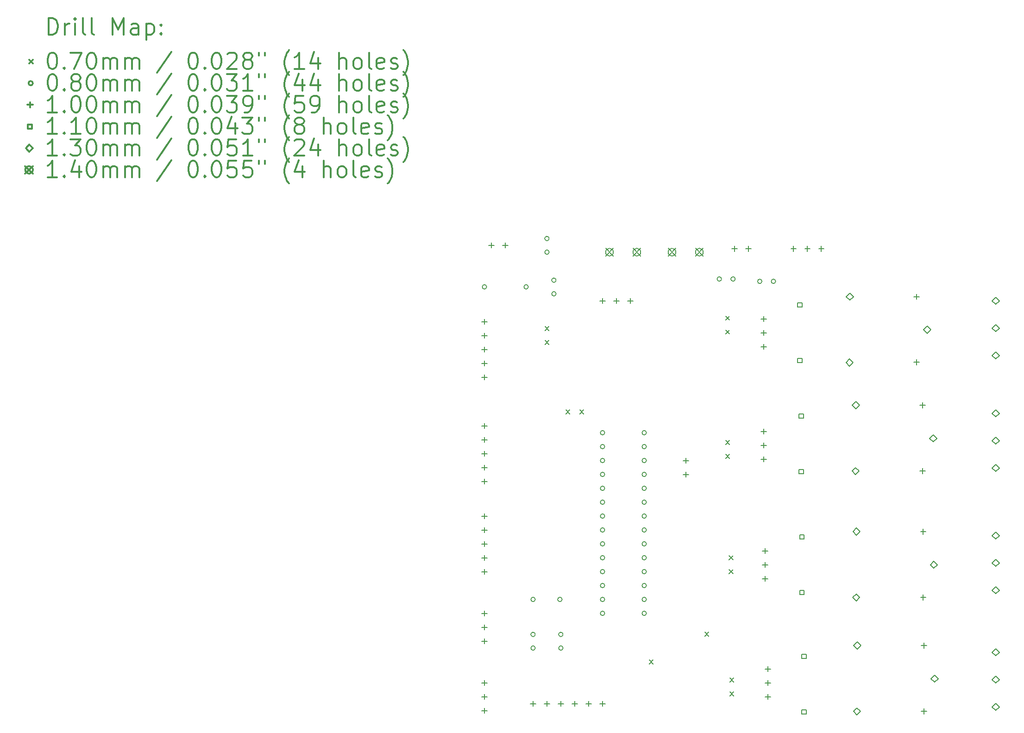
<source format=gbr>
%FSLAX45Y45*%
G04 Gerber Fmt 4.5, Leading zero omitted, Abs format (unit mm)*
G04 Created by KiCad (PCBNEW (5.0.0)) date 01/04/19 13:23:12*
%MOMM*%
%LPD*%
G01*
G04 APERTURE LIST*
%ADD10C,0.200000*%
%ADD11C,0.300000*%
G04 APERTURE END LIST*
D10*
X9744000Y-7331000D02*
X9814000Y-7401000D01*
X9814000Y-7331000D02*
X9744000Y-7401000D01*
X9998000Y-7331000D02*
X10068000Y-7401000D01*
X10068000Y-7331000D02*
X9998000Y-7401000D01*
X11268000Y-11903000D02*
X11338000Y-11973000D01*
X11338000Y-11903000D02*
X11268000Y-11973000D01*
X12284000Y-11395000D02*
X12354000Y-11465000D01*
X12354000Y-11395000D02*
X12284000Y-11465000D01*
X12665000Y-7889800D02*
X12735000Y-7959800D01*
X12735000Y-7889800D02*
X12665000Y-7959800D01*
X12665000Y-8143800D02*
X12735000Y-8213800D01*
X12735000Y-8143800D02*
X12665000Y-8213800D01*
X12665000Y-5616500D02*
X12735000Y-5686500D01*
X12735000Y-5616500D02*
X12665000Y-5686500D01*
X12665000Y-5870500D02*
X12735000Y-5940500D01*
X12735000Y-5870500D02*
X12665000Y-5940500D01*
X12741200Y-12233200D02*
X12811200Y-12303200D01*
X12811200Y-12233200D02*
X12741200Y-12303200D01*
X12741200Y-12487200D02*
X12811200Y-12557200D01*
X12811200Y-12487200D02*
X12741200Y-12557200D01*
X9363000Y-5807000D02*
X9433000Y-5877000D01*
X9433000Y-5807000D02*
X9363000Y-5877000D01*
X9363000Y-6061000D02*
X9433000Y-6131000D01*
X9433000Y-6061000D02*
X9363000Y-6131000D01*
X12728500Y-9998000D02*
X12798500Y-10068000D01*
X12798500Y-9998000D02*
X12728500Y-10068000D01*
X12728500Y-10252000D02*
X12798500Y-10322000D01*
X12798500Y-10252000D02*
X12728500Y-10322000D01*
X12589490Y-4935425D02*
G75*
G03X12589490Y-4935425I-40000J0D01*
G01*
X12839490Y-4935425D02*
G75*
G03X12839490Y-4935425I-40000J0D01*
G01*
X9438000Y-4195000D02*
G75*
G03X9438000Y-4195000I-40000J0D01*
G01*
X9438000Y-4445000D02*
G75*
G03X9438000Y-4445000I-40000J0D01*
G01*
X9184000Y-11434000D02*
G75*
G03X9184000Y-11434000I-40000J0D01*
G01*
X9184000Y-11684000D02*
G75*
G03X9184000Y-11684000I-40000J0D01*
G01*
X10454000Y-7747000D02*
G75*
G03X10454000Y-7747000I-40000J0D01*
G01*
X10454000Y-8001000D02*
G75*
G03X10454000Y-8001000I-40000J0D01*
G01*
X10454000Y-8255000D02*
G75*
G03X10454000Y-8255000I-40000J0D01*
G01*
X10454000Y-8509000D02*
G75*
G03X10454000Y-8509000I-40000J0D01*
G01*
X10454000Y-8763000D02*
G75*
G03X10454000Y-8763000I-40000J0D01*
G01*
X10454000Y-9017000D02*
G75*
G03X10454000Y-9017000I-40000J0D01*
G01*
X10454000Y-9271000D02*
G75*
G03X10454000Y-9271000I-40000J0D01*
G01*
X10454000Y-9525000D02*
G75*
G03X10454000Y-9525000I-40000J0D01*
G01*
X10454000Y-9779000D02*
G75*
G03X10454000Y-9779000I-40000J0D01*
G01*
X10454000Y-10033000D02*
G75*
G03X10454000Y-10033000I-40000J0D01*
G01*
X10454000Y-10287000D02*
G75*
G03X10454000Y-10287000I-40000J0D01*
G01*
X10454000Y-10541000D02*
G75*
G03X10454000Y-10541000I-40000J0D01*
G01*
X10454000Y-10795000D02*
G75*
G03X10454000Y-10795000I-40000J0D01*
G01*
X10454000Y-11049000D02*
G75*
G03X10454000Y-11049000I-40000J0D01*
G01*
X11216000Y-7747000D02*
G75*
G03X11216000Y-7747000I-40000J0D01*
G01*
X11216000Y-8001000D02*
G75*
G03X11216000Y-8001000I-40000J0D01*
G01*
X11216000Y-8255000D02*
G75*
G03X11216000Y-8255000I-40000J0D01*
G01*
X11216000Y-8509000D02*
G75*
G03X11216000Y-8509000I-40000J0D01*
G01*
X11216000Y-8763000D02*
G75*
G03X11216000Y-8763000I-40000J0D01*
G01*
X11216000Y-9017000D02*
G75*
G03X11216000Y-9017000I-40000J0D01*
G01*
X11216000Y-9271000D02*
G75*
G03X11216000Y-9271000I-40000J0D01*
G01*
X11216000Y-9525000D02*
G75*
G03X11216000Y-9525000I-40000J0D01*
G01*
X11216000Y-9779000D02*
G75*
G03X11216000Y-9779000I-40000J0D01*
G01*
X11216000Y-10033000D02*
G75*
G03X11216000Y-10033000I-40000J0D01*
G01*
X11216000Y-10287000D02*
G75*
G03X11216000Y-10287000I-40000J0D01*
G01*
X11216000Y-10541000D02*
G75*
G03X11216000Y-10541000I-40000J0D01*
G01*
X11216000Y-10795000D02*
G75*
G03X11216000Y-10795000I-40000J0D01*
G01*
X11216000Y-11049000D02*
G75*
G03X11216000Y-11049000I-40000J0D01*
G01*
X9184000Y-10795000D02*
G75*
G03X9184000Y-10795000I-40000J0D01*
G01*
X9674000Y-10795000D02*
G75*
G03X9674000Y-10795000I-40000J0D01*
G01*
X9565000Y-4957000D02*
G75*
G03X9565000Y-4957000I-40000J0D01*
G01*
X9565000Y-5207000D02*
G75*
G03X9565000Y-5207000I-40000J0D01*
G01*
X13328200Y-4978400D02*
G75*
G03X13328200Y-4978400I-40000J0D01*
G01*
X13578200Y-4978400D02*
G75*
G03X13578200Y-4978400I-40000J0D01*
G01*
X8295000Y-5080000D02*
G75*
G03X8295000Y-5080000I-40000J0D01*
G01*
X9057000Y-5080000D02*
G75*
G03X9057000Y-5080000I-40000J0D01*
G01*
X9692000Y-11434000D02*
G75*
G03X9692000Y-11434000I-40000J0D01*
G01*
X9692000Y-11684000D02*
G75*
G03X9692000Y-11684000I-40000J0D01*
G01*
X13360400Y-5614200D02*
X13360400Y-5714200D01*
X13310400Y-5664200D02*
X13410400Y-5664200D01*
X13360400Y-5868200D02*
X13360400Y-5968200D01*
X13310400Y-5918200D02*
X13410400Y-5918200D01*
X13360400Y-6122200D02*
X13360400Y-6222200D01*
X13310400Y-6172200D02*
X13410400Y-6172200D01*
X13906500Y-4331500D02*
X13906500Y-4431500D01*
X13856500Y-4381500D02*
X13956500Y-4381500D01*
X14160500Y-4331500D02*
X14160500Y-4431500D01*
X14110500Y-4381500D02*
X14210500Y-4381500D01*
X14414500Y-4331500D02*
X14414500Y-4431500D01*
X14364500Y-4381500D02*
X14464500Y-4381500D01*
X8255000Y-9221000D02*
X8255000Y-9321000D01*
X8205000Y-9271000D02*
X8305000Y-9271000D01*
X8255000Y-9475000D02*
X8255000Y-9575000D01*
X8205000Y-9525000D02*
X8305000Y-9525000D01*
X8255000Y-9729000D02*
X8255000Y-9829000D01*
X8205000Y-9779000D02*
X8305000Y-9779000D01*
X8255000Y-9983000D02*
X8255000Y-10083000D01*
X8205000Y-10033000D02*
X8305000Y-10033000D01*
X8255000Y-10237000D02*
X8255000Y-10337000D01*
X8205000Y-10287000D02*
X8305000Y-10287000D01*
X13385800Y-9856000D02*
X13385800Y-9956000D01*
X13335800Y-9906000D02*
X13435800Y-9906000D01*
X13385800Y-10110000D02*
X13385800Y-10210000D01*
X13335800Y-10160000D02*
X13435800Y-10160000D01*
X13385800Y-10364000D02*
X13385800Y-10464000D01*
X13335800Y-10414000D02*
X13435800Y-10414000D01*
X8255000Y-7570000D02*
X8255000Y-7670000D01*
X8205000Y-7620000D02*
X8305000Y-7620000D01*
X8255000Y-7824000D02*
X8255000Y-7924000D01*
X8205000Y-7874000D02*
X8305000Y-7874000D01*
X8255000Y-8078000D02*
X8255000Y-8178000D01*
X8205000Y-8128000D02*
X8305000Y-8128000D01*
X8255000Y-8332000D02*
X8255000Y-8432000D01*
X8205000Y-8382000D02*
X8305000Y-8382000D01*
X8255000Y-8586000D02*
X8255000Y-8686000D01*
X8205000Y-8636000D02*
X8305000Y-8636000D01*
X16276900Y-9505000D02*
X16276900Y-9605000D01*
X16226900Y-9555000D02*
X16326900Y-9555000D01*
X16276900Y-10705000D02*
X16276900Y-10805000D01*
X16226900Y-10755000D02*
X16326900Y-10755000D01*
X8255000Y-10999000D02*
X8255000Y-11099000D01*
X8205000Y-11049000D02*
X8305000Y-11049000D01*
X8255000Y-11253000D02*
X8255000Y-11353000D01*
X8205000Y-11303000D02*
X8305000Y-11303000D01*
X8255000Y-11507000D02*
X8255000Y-11607000D01*
X8205000Y-11557000D02*
X8305000Y-11557000D01*
X8255000Y-5665000D02*
X8255000Y-5765000D01*
X8205000Y-5715000D02*
X8305000Y-5715000D01*
X8255000Y-5919000D02*
X8255000Y-6019000D01*
X8205000Y-5969000D02*
X8305000Y-5969000D01*
X8255000Y-6173000D02*
X8255000Y-6273000D01*
X8205000Y-6223000D02*
X8305000Y-6223000D01*
X8255000Y-6427000D02*
X8255000Y-6527000D01*
X8205000Y-6477000D02*
X8305000Y-6477000D01*
X8255000Y-6681000D02*
X8255000Y-6781000D01*
X8205000Y-6731000D02*
X8305000Y-6731000D01*
X13360400Y-7671600D02*
X13360400Y-7771600D01*
X13310400Y-7721600D02*
X13410400Y-7721600D01*
X13360400Y-7925600D02*
X13360400Y-8025600D01*
X13310400Y-7975600D02*
X13410400Y-7975600D01*
X13360400Y-8179600D02*
X13360400Y-8279600D01*
X13310400Y-8229600D02*
X13410400Y-8229600D01*
X11938000Y-8205000D02*
X11938000Y-8305000D01*
X11888000Y-8255000D02*
X11988000Y-8255000D01*
X11938000Y-8459000D02*
X11938000Y-8559000D01*
X11888000Y-8509000D02*
X11988000Y-8509000D01*
X16264200Y-7193600D02*
X16264200Y-7293600D01*
X16214200Y-7243600D02*
X16314200Y-7243600D01*
X16264200Y-8393600D02*
X16264200Y-8493600D01*
X16214200Y-8443600D02*
X16314200Y-8443600D01*
X16289600Y-11587800D02*
X16289600Y-11687800D01*
X16239600Y-11637800D02*
X16339600Y-11637800D01*
X16289600Y-12787800D02*
X16289600Y-12887800D01*
X16239600Y-12837800D02*
X16339600Y-12837800D01*
X13436600Y-12015000D02*
X13436600Y-12115000D01*
X13386600Y-12065000D02*
X13486600Y-12065000D01*
X13436600Y-12269000D02*
X13436600Y-12369000D01*
X13386600Y-12319000D02*
X13486600Y-12319000D01*
X13436600Y-12523000D02*
X13436600Y-12623000D01*
X13386600Y-12573000D02*
X13486600Y-12573000D01*
X12827000Y-4331500D02*
X12827000Y-4431500D01*
X12777000Y-4381500D02*
X12877000Y-4381500D01*
X13081000Y-4331500D02*
X13081000Y-4431500D01*
X13031000Y-4381500D02*
X13131000Y-4381500D01*
X8255000Y-12269000D02*
X8255000Y-12369000D01*
X8205000Y-12319000D02*
X8305000Y-12319000D01*
X8255000Y-12523000D02*
X8255000Y-12623000D01*
X8205000Y-12573000D02*
X8305000Y-12573000D01*
X8255000Y-12777000D02*
X8255000Y-12877000D01*
X8205000Y-12827000D02*
X8305000Y-12827000D01*
X9144000Y-12650000D02*
X9144000Y-12750000D01*
X9094000Y-12700000D02*
X9194000Y-12700000D01*
X9398000Y-12650000D02*
X9398000Y-12750000D01*
X9348000Y-12700000D02*
X9448000Y-12700000D01*
X9652000Y-12650000D02*
X9652000Y-12750000D01*
X9602000Y-12700000D02*
X9702000Y-12700000D01*
X9906000Y-12650000D02*
X9906000Y-12750000D01*
X9856000Y-12700000D02*
X9956000Y-12700000D01*
X10160000Y-12650000D02*
X10160000Y-12750000D01*
X10110000Y-12700000D02*
X10210000Y-12700000D01*
X10414000Y-12650000D02*
X10414000Y-12750000D01*
X10364000Y-12700000D02*
X10464000Y-12700000D01*
X8382000Y-4268000D02*
X8382000Y-4368000D01*
X8332000Y-4318000D02*
X8432000Y-4318000D01*
X8636000Y-4268000D02*
X8636000Y-4368000D01*
X8586000Y-4318000D02*
X8686000Y-4318000D01*
X16155200Y-5207800D02*
X16155200Y-5307800D01*
X16105200Y-5257800D02*
X16205200Y-5257800D01*
X16155200Y-6407800D02*
X16155200Y-6507800D01*
X16105200Y-6457800D02*
X16205200Y-6457800D01*
X10414000Y-5284000D02*
X10414000Y-5384000D01*
X10364000Y-5334000D02*
X10464000Y-5334000D01*
X10668000Y-5284000D02*
X10668000Y-5384000D01*
X10618000Y-5334000D02*
X10718000Y-5334000D01*
X10922000Y-5284000D02*
X10922000Y-5384000D01*
X10872000Y-5334000D02*
X10972000Y-5334000D01*
X14097791Y-9690891D02*
X14097791Y-9613109D01*
X14020009Y-9613109D01*
X14020009Y-9690891D01*
X14097791Y-9690891D01*
X14097791Y-10706891D02*
X14097791Y-10629109D01*
X14020009Y-10629109D01*
X14020009Y-10706891D01*
X14097791Y-10706891D01*
X14085091Y-7481091D02*
X14085091Y-7403309D01*
X14007309Y-7403309D01*
X14007309Y-7481091D01*
X14085091Y-7481091D01*
X14085091Y-8497091D02*
X14085091Y-8419309D01*
X14007309Y-8419309D01*
X14007309Y-8497091D01*
X14085091Y-8497091D01*
X14135891Y-11875291D02*
X14135891Y-11797509D01*
X14058109Y-11797509D01*
X14058109Y-11875291D01*
X14135891Y-11875291D01*
X14135891Y-12891291D02*
X14135891Y-12813509D01*
X14058109Y-12813509D01*
X14058109Y-12891291D01*
X14135891Y-12891291D01*
X14059691Y-5449091D02*
X14059691Y-5371309D01*
X13981909Y-5371309D01*
X13981909Y-5449091D01*
X14059691Y-5449091D01*
X14059691Y-6465091D02*
X14059691Y-6387309D01*
X13981909Y-6387309D01*
X13981909Y-6465091D01*
X14059691Y-6465091D01*
X15039200Y-8513600D02*
X15104200Y-8448600D01*
X15039200Y-8383600D01*
X14974200Y-8448600D01*
X15039200Y-8513600D01*
X15044200Y-7308600D02*
X15109200Y-7243600D01*
X15044200Y-7178600D01*
X14979200Y-7243600D01*
X15044200Y-7308600D01*
X16459200Y-7913600D02*
X16524200Y-7848600D01*
X16459200Y-7783600D01*
X16394200Y-7848600D01*
X16459200Y-7913600D01*
X15064600Y-12907800D02*
X15129600Y-12842800D01*
X15064600Y-12777800D01*
X14999600Y-12842800D01*
X15064600Y-12907800D01*
X15069600Y-11702800D02*
X15134600Y-11637800D01*
X15069600Y-11572800D01*
X15004600Y-11637800D01*
X15069600Y-11702800D01*
X16484600Y-12307800D02*
X16549600Y-12242800D01*
X16484600Y-12177800D01*
X16419600Y-12242800D01*
X16484600Y-12307800D01*
X17602200Y-9691600D02*
X17667200Y-9626600D01*
X17602200Y-9561600D01*
X17537200Y-9626600D01*
X17602200Y-9691600D01*
X17602200Y-10191600D02*
X17667200Y-10126600D01*
X17602200Y-10061600D01*
X17537200Y-10126600D01*
X17602200Y-10191600D01*
X17602200Y-10691600D02*
X17667200Y-10626600D01*
X17602200Y-10561600D01*
X17537200Y-10626600D01*
X17602200Y-10691600D01*
X17602200Y-7456400D02*
X17667200Y-7391400D01*
X17602200Y-7326400D01*
X17537200Y-7391400D01*
X17602200Y-7456400D01*
X17602200Y-7956400D02*
X17667200Y-7891400D01*
X17602200Y-7826400D01*
X17537200Y-7891400D01*
X17602200Y-7956400D01*
X17602200Y-8456400D02*
X17667200Y-8391400D01*
X17602200Y-8326400D01*
X17537200Y-8391400D01*
X17602200Y-8456400D01*
X14930200Y-6527800D02*
X14995200Y-6462800D01*
X14930200Y-6397800D01*
X14865200Y-6462800D01*
X14930200Y-6527800D01*
X14935200Y-5322800D02*
X15000200Y-5257800D01*
X14935200Y-5192800D01*
X14870200Y-5257800D01*
X14935200Y-5322800D01*
X16350200Y-5927800D02*
X16415200Y-5862800D01*
X16350200Y-5797800D01*
X16285200Y-5862800D01*
X16350200Y-5927800D01*
X17602200Y-5399000D02*
X17667200Y-5334000D01*
X17602200Y-5269000D01*
X17537200Y-5334000D01*
X17602200Y-5399000D01*
X17602200Y-5899000D02*
X17667200Y-5834000D01*
X17602200Y-5769000D01*
X17537200Y-5834000D01*
X17602200Y-5899000D01*
X17602200Y-6399000D02*
X17667200Y-6334000D01*
X17602200Y-6269000D01*
X17537200Y-6334000D01*
X17602200Y-6399000D01*
X15051900Y-10825000D02*
X15116900Y-10760000D01*
X15051900Y-10695000D01*
X14986900Y-10760000D01*
X15051900Y-10825000D01*
X15056900Y-9620000D02*
X15121900Y-9555000D01*
X15056900Y-9490000D01*
X14991900Y-9555000D01*
X15056900Y-9620000D01*
X16471900Y-10225000D02*
X16536900Y-10160000D01*
X16471900Y-10095000D01*
X16406900Y-10160000D01*
X16471900Y-10225000D01*
X17602200Y-11825200D02*
X17667200Y-11760200D01*
X17602200Y-11695200D01*
X17537200Y-11760200D01*
X17602200Y-11825200D01*
X17602200Y-12325200D02*
X17667200Y-12260200D01*
X17602200Y-12195200D01*
X17537200Y-12260200D01*
X17602200Y-12325200D01*
X17602200Y-12825200D02*
X17667200Y-12760200D01*
X17602200Y-12695200D01*
X17537200Y-12760200D01*
X17602200Y-12825200D01*
X11614000Y-4375000D02*
X11754000Y-4515000D01*
X11754000Y-4375000D02*
X11614000Y-4515000D01*
X11754000Y-4445000D02*
G75*
G03X11754000Y-4445000I-70000J0D01*
G01*
X12114000Y-4375000D02*
X12254000Y-4515000D01*
X12254000Y-4375000D02*
X12114000Y-4515000D01*
X12254000Y-4445000D02*
G75*
G03X12254000Y-4445000I-70000J0D01*
G01*
X10471000Y-4375000D02*
X10611000Y-4515000D01*
X10611000Y-4375000D02*
X10471000Y-4515000D01*
X10611000Y-4445000D02*
G75*
G03X10611000Y-4445000I-70000J0D01*
G01*
X10971000Y-4375000D02*
X11111000Y-4515000D01*
X11111000Y-4375000D02*
X10971000Y-4515000D01*
X11111000Y-4445000D02*
G75*
G03X11111000Y-4445000I-70000J0D01*
G01*
D11*
X286429Y-465714D02*
X286429Y-165714D01*
X357857Y-165714D01*
X400714Y-180000D01*
X429286Y-208571D01*
X443571Y-237143D01*
X457857Y-294286D01*
X457857Y-337143D01*
X443571Y-394286D01*
X429286Y-422857D01*
X400714Y-451428D01*
X357857Y-465714D01*
X286429Y-465714D01*
X586429Y-465714D02*
X586429Y-265714D01*
X586429Y-322857D02*
X600714Y-294286D01*
X615000Y-280000D01*
X643571Y-265714D01*
X672143Y-265714D01*
X772143Y-465714D02*
X772143Y-265714D01*
X772143Y-165714D02*
X757857Y-180000D01*
X772143Y-194286D01*
X786428Y-180000D01*
X772143Y-165714D01*
X772143Y-194286D01*
X957857Y-465714D02*
X929286Y-451428D01*
X915000Y-422857D01*
X915000Y-165714D01*
X1115000Y-465714D02*
X1086429Y-451428D01*
X1072143Y-422857D01*
X1072143Y-165714D01*
X1457857Y-465714D02*
X1457857Y-165714D01*
X1557857Y-380000D01*
X1657857Y-165714D01*
X1657857Y-465714D01*
X1929286Y-465714D02*
X1929286Y-308571D01*
X1915000Y-280000D01*
X1886428Y-265714D01*
X1829286Y-265714D01*
X1800714Y-280000D01*
X1929286Y-451428D02*
X1900714Y-465714D01*
X1829286Y-465714D01*
X1800714Y-451428D01*
X1786428Y-422857D01*
X1786428Y-394286D01*
X1800714Y-365714D01*
X1829286Y-351428D01*
X1900714Y-351428D01*
X1929286Y-337143D01*
X2072143Y-265714D02*
X2072143Y-565714D01*
X2072143Y-280000D02*
X2100714Y-265714D01*
X2157857Y-265714D01*
X2186429Y-280000D01*
X2200714Y-294286D01*
X2215000Y-322857D01*
X2215000Y-408571D01*
X2200714Y-437143D01*
X2186429Y-451428D01*
X2157857Y-465714D01*
X2100714Y-465714D01*
X2072143Y-451428D01*
X2343571Y-437143D02*
X2357857Y-451428D01*
X2343571Y-465714D01*
X2329286Y-451428D01*
X2343571Y-437143D01*
X2343571Y-465714D01*
X2343571Y-280000D02*
X2357857Y-294286D01*
X2343571Y-308571D01*
X2329286Y-294286D01*
X2343571Y-280000D01*
X2343571Y-308571D01*
X-70000Y-925000D02*
X0Y-995000D01*
X0Y-925000D02*
X-70000Y-995000D01*
X343571Y-795714D02*
X372143Y-795714D01*
X400714Y-810000D01*
X415000Y-824286D01*
X429286Y-852857D01*
X443571Y-910000D01*
X443571Y-981428D01*
X429286Y-1038571D01*
X415000Y-1067143D01*
X400714Y-1081429D01*
X372143Y-1095714D01*
X343571Y-1095714D01*
X315000Y-1081429D01*
X300714Y-1067143D01*
X286429Y-1038571D01*
X272143Y-981428D01*
X272143Y-910000D01*
X286429Y-852857D01*
X300714Y-824286D01*
X315000Y-810000D01*
X343571Y-795714D01*
X572143Y-1067143D02*
X586429Y-1081429D01*
X572143Y-1095714D01*
X557857Y-1081429D01*
X572143Y-1067143D01*
X572143Y-1095714D01*
X686429Y-795714D02*
X886428Y-795714D01*
X757857Y-1095714D01*
X1057857Y-795714D02*
X1086429Y-795714D01*
X1115000Y-810000D01*
X1129286Y-824286D01*
X1143571Y-852857D01*
X1157857Y-910000D01*
X1157857Y-981428D01*
X1143571Y-1038571D01*
X1129286Y-1067143D01*
X1115000Y-1081429D01*
X1086429Y-1095714D01*
X1057857Y-1095714D01*
X1029286Y-1081429D01*
X1015000Y-1067143D01*
X1000714Y-1038571D01*
X986428Y-981428D01*
X986428Y-910000D01*
X1000714Y-852857D01*
X1015000Y-824286D01*
X1029286Y-810000D01*
X1057857Y-795714D01*
X1286429Y-1095714D02*
X1286429Y-895714D01*
X1286429Y-924286D02*
X1300714Y-910000D01*
X1329286Y-895714D01*
X1372143Y-895714D01*
X1400714Y-910000D01*
X1415000Y-938571D01*
X1415000Y-1095714D01*
X1415000Y-938571D02*
X1429286Y-910000D01*
X1457857Y-895714D01*
X1500714Y-895714D01*
X1529286Y-910000D01*
X1543571Y-938571D01*
X1543571Y-1095714D01*
X1686428Y-1095714D02*
X1686428Y-895714D01*
X1686428Y-924286D02*
X1700714Y-910000D01*
X1729286Y-895714D01*
X1772143Y-895714D01*
X1800714Y-910000D01*
X1815000Y-938571D01*
X1815000Y-1095714D01*
X1815000Y-938571D02*
X1829286Y-910000D01*
X1857857Y-895714D01*
X1900714Y-895714D01*
X1929286Y-910000D01*
X1943571Y-938571D01*
X1943571Y-1095714D01*
X2529286Y-781428D02*
X2272143Y-1167143D01*
X2915000Y-795714D02*
X2943571Y-795714D01*
X2972143Y-810000D01*
X2986428Y-824286D01*
X3000714Y-852857D01*
X3015000Y-910000D01*
X3015000Y-981428D01*
X3000714Y-1038571D01*
X2986428Y-1067143D01*
X2972143Y-1081429D01*
X2943571Y-1095714D01*
X2915000Y-1095714D01*
X2886428Y-1081429D01*
X2872143Y-1067143D01*
X2857857Y-1038571D01*
X2843571Y-981428D01*
X2843571Y-910000D01*
X2857857Y-852857D01*
X2872143Y-824286D01*
X2886428Y-810000D01*
X2915000Y-795714D01*
X3143571Y-1067143D02*
X3157857Y-1081429D01*
X3143571Y-1095714D01*
X3129286Y-1081429D01*
X3143571Y-1067143D01*
X3143571Y-1095714D01*
X3343571Y-795714D02*
X3372143Y-795714D01*
X3400714Y-810000D01*
X3415000Y-824286D01*
X3429286Y-852857D01*
X3443571Y-910000D01*
X3443571Y-981428D01*
X3429286Y-1038571D01*
X3415000Y-1067143D01*
X3400714Y-1081429D01*
X3372143Y-1095714D01*
X3343571Y-1095714D01*
X3315000Y-1081429D01*
X3300714Y-1067143D01*
X3286428Y-1038571D01*
X3272143Y-981428D01*
X3272143Y-910000D01*
X3286428Y-852857D01*
X3300714Y-824286D01*
X3315000Y-810000D01*
X3343571Y-795714D01*
X3557857Y-824286D02*
X3572143Y-810000D01*
X3600714Y-795714D01*
X3672143Y-795714D01*
X3700714Y-810000D01*
X3715000Y-824286D01*
X3729286Y-852857D01*
X3729286Y-881428D01*
X3715000Y-924286D01*
X3543571Y-1095714D01*
X3729286Y-1095714D01*
X3900714Y-924286D02*
X3872143Y-910000D01*
X3857857Y-895714D01*
X3843571Y-867143D01*
X3843571Y-852857D01*
X3857857Y-824286D01*
X3872143Y-810000D01*
X3900714Y-795714D01*
X3957857Y-795714D01*
X3986428Y-810000D01*
X4000714Y-824286D01*
X4015000Y-852857D01*
X4015000Y-867143D01*
X4000714Y-895714D01*
X3986428Y-910000D01*
X3957857Y-924286D01*
X3900714Y-924286D01*
X3872143Y-938571D01*
X3857857Y-952857D01*
X3843571Y-981428D01*
X3843571Y-1038571D01*
X3857857Y-1067143D01*
X3872143Y-1081429D01*
X3900714Y-1095714D01*
X3957857Y-1095714D01*
X3986428Y-1081429D01*
X4000714Y-1067143D01*
X4015000Y-1038571D01*
X4015000Y-981428D01*
X4000714Y-952857D01*
X3986428Y-938571D01*
X3957857Y-924286D01*
X4129286Y-795714D02*
X4129286Y-852857D01*
X4243571Y-795714D02*
X4243571Y-852857D01*
X4686429Y-1210000D02*
X4672143Y-1195714D01*
X4643571Y-1152857D01*
X4629286Y-1124286D01*
X4615000Y-1081429D01*
X4600714Y-1010000D01*
X4600714Y-952857D01*
X4615000Y-881428D01*
X4629286Y-838571D01*
X4643571Y-810000D01*
X4672143Y-767143D01*
X4686429Y-752857D01*
X4957857Y-1095714D02*
X4786429Y-1095714D01*
X4872143Y-1095714D02*
X4872143Y-795714D01*
X4843571Y-838571D01*
X4815000Y-867143D01*
X4786429Y-881428D01*
X5215000Y-895714D02*
X5215000Y-1095714D01*
X5143571Y-781428D02*
X5072143Y-995714D01*
X5257857Y-995714D01*
X5600714Y-1095714D02*
X5600714Y-795714D01*
X5729286Y-1095714D02*
X5729286Y-938571D01*
X5715000Y-910000D01*
X5686428Y-895714D01*
X5643571Y-895714D01*
X5615000Y-910000D01*
X5600714Y-924286D01*
X5915000Y-1095714D02*
X5886428Y-1081429D01*
X5872143Y-1067143D01*
X5857857Y-1038571D01*
X5857857Y-952857D01*
X5872143Y-924286D01*
X5886428Y-910000D01*
X5915000Y-895714D01*
X5957857Y-895714D01*
X5986428Y-910000D01*
X6000714Y-924286D01*
X6015000Y-952857D01*
X6015000Y-1038571D01*
X6000714Y-1067143D01*
X5986428Y-1081429D01*
X5957857Y-1095714D01*
X5915000Y-1095714D01*
X6186428Y-1095714D02*
X6157857Y-1081429D01*
X6143571Y-1052857D01*
X6143571Y-795714D01*
X6415000Y-1081429D02*
X6386428Y-1095714D01*
X6329286Y-1095714D01*
X6300714Y-1081429D01*
X6286428Y-1052857D01*
X6286428Y-938571D01*
X6300714Y-910000D01*
X6329286Y-895714D01*
X6386428Y-895714D01*
X6415000Y-910000D01*
X6429286Y-938571D01*
X6429286Y-967143D01*
X6286428Y-995714D01*
X6543571Y-1081429D02*
X6572143Y-1095714D01*
X6629286Y-1095714D01*
X6657857Y-1081429D01*
X6672143Y-1052857D01*
X6672143Y-1038571D01*
X6657857Y-1010000D01*
X6629286Y-995714D01*
X6586428Y-995714D01*
X6557857Y-981428D01*
X6543571Y-952857D01*
X6543571Y-938571D01*
X6557857Y-910000D01*
X6586428Y-895714D01*
X6629286Y-895714D01*
X6657857Y-910000D01*
X6772143Y-1210000D02*
X6786428Y-1195714D01*
X6815000Y-1152857D01*
X6829286Y-1124286D01*
X6843571Y-1081429D01*
X6857857Y-1010000D01*
X6857857Y-952857D01*
X6843571Y-881428D01*
X6829286Y-838571D01*
X6815000Y-810000D01*
X6786428Y-767143D01*
X6772143Y-752857D01*
X0Y-1356000D02*
G75*
G03X0Y-1356000I-40000J0D01*
G01*
X343571Y-1191714D02*
X372143Y-1191714D01*
X400714Y-1206000D01*
X415000Y-1220286D01*
X429286Y-1248857D01*
X443571Y-1306000D01*
X443571Y-1377429D01*
X429286Y-1434571D01*
X415000Y-1463143D01*
X400714Y-1477428D01*
X372143Y-1491714D01*
X343571Y-1491714D01*
X315000Y-1477428D01*
X300714Y-1463143D01*
X286429Y-1434571D01*
X272143Y-1377429D01*
X272143Y-1306000D01*
X286429Y-1248857D01*
X300714Y-1220286D01*
X315000Y-1206000D01*
X343571Y-1191714D01*
X572143Y-1463143D02*
X586429Y-1477428D01*
X572143Y-1491714D01*
X557857Y-1477428D01*
X572143Y-1463143D01*
X572143Y-1491714D01*
X757857Y-1320286D02*
X729286Y-1306000D01*
X715000Y-1291714D01*
X700714Y-1263143D01*
X700714Y-1248857D01*
X715000Y-1220286D01*
X729286Y-1206000D01*
X757857Y-1191714D01*
X815000Y-1191714D01*
X843571Y-1206000D01*
X857857Y-1220286D01*
X872143Y-1248857D01*
X872143Y-1263143D01*
X857857Y-1291714D01*
X843571Y-1306000D01*
X815000Y-1320286D01*
X757857Y-1320286D01*
X729286Y-1334571D01*
X715000Y-1348857D01*
X700714Y-1377429D01*
X700714Y-1434571D01*
X715000Y-1463143D01*
X729286Y-1477428D01*
X757857Y-1491714D01*
X815000Y-1491714D01*
X843571Y-1477428D01*
X857857Y-1463143D01*
X872143Y-1434571D01*
X872143Y-1377429D01*
X857857Y-1348857D01*
X843571Y-1334571D01*
X815000Y-1320286D01*
X1057857Y-1191714D02*
X1086429Y-1191714D01*
X1115000Y-1206000D01*
X1129286Y-1220286D01*
X1143571Y-1248857D01*
X1157857Y-1306000D01*
X1157857Y-1377429D01*
X1143571Y-1434571D01*
X1129286Y-1463143D01*
X1115000Y-1477428D01*
X1086429Y-1491714D01*
X1057857Y-1491714D01*
X1029286Y-1477428D01*
X1015000Y-1463143D01*
X1000714Y-1434571D01*
X986428Y-1377429D01*
X986428Y-1306000D01*
X1000714Y-1248857D01*
X1015000Y-1220286D01*
X1029286Y-1206000D01*
X1057857Y-1191714D01*
X1286429Y-1491714D02*
X1286429Y-1291714D01*
X1286429Y-1320286D02*
X1300714Y-1306000D01*
X1329286Y-1291714D01*
X1372143Y-1291714D01*
X1400714Y-1306000D01*
X1415000Y-1334571D01*
X1415000Y-1491714D01*
X1415000Y-1334571D02*
X1429286Y-1306000D01*
X1457857Y-1291714D01*
X1500714Y-1291714D01*
X1529286Y-1306000D01*
X1543571Y-1334571D01*
X1543571Y-1491714D01*
X1686428Y-1491714D02*
X1686428Y-1291714D01*
X1686428Y-1320286D02*
X1700714Y-1306000D01*
X1729286Y-1291714D01*
X1772143Y-1291714D01*
X1800714Y-1306000D01*
X1815000Y-1334571D01*
X1815000Y-1491714D01*
X1815000Y-1334571D02*
X1829286Y-1306000D01*
X1857857Y-1291714D01*
X1900714Y-1291714D01*
X1929286Y-1306000D01*
X1943571Y-1334571D01*
X1943571Y-1491714D01*
X2529286Y-1177429D02*
X2272143Y-1563143D01*
X2915000Y-1191714D02*
X2943571Y-1191714D01*
X2972143Y-1206000D01*
X2986428Y-1220286D01*
X3000714Y-1248857D01*
X3015000Y-1306000D01*
X3015000Y-1377429D01*
X3000714Y-1434571D01*
X2986428Y-1463143D01*
X2972143Y-1477428D01*
X2943571Y-1491714D01*
X2915000Y-1491714D01*
X2886428Y-1477428D01*
X2872143Y-1463143D01*
X2857857Y-1434571D01*
X2843571Y-1377429D01*
X2843571Y-1306000D01*
X2857857Y-1248857D01*
X2872143Y-1220286D01*
X2886428Y-1206000D01*
X2915000Y-1191714D01*
X3143571Y-1463143D02*
X3157857Y-1477428D01*
X3143571Y-1491714D01*
X3129286Y-1477428D01*
X3143571Y-1463143D01*
X3143571Y-1491714D01*
X3343571Y-1191714D02*
X3372143Y-1191714D01*
X3400714Y-1206000D01*
X3415000Y-1220286D01*
X3429286Y-1248857D01*
X3443571Y-1306000D01*
X3443571Y-1377429D01*
X3429286Y-1434571D01*
X3415000Y-1463143D01*
X3400714Y-1477428D01*
X3372143Y-1491714D01*
X3343571Y-1491714D01*
X3315000Y-1477428D01*
X3300714Y-1463143D01*
X3286428Y-1434571D01*
X3272143Y-1377429D01*
X3272143Y-1306000D01*
X3286428Y-1248857D01*
X3300714Y-1220286D01*
X3315000Y-1206000D01*
X3343571Y-1191714D01*
X3543571Y-1191714D02*
X3729286Y-1191714D01*
X3629286Y-1306000D01*
X3672143Y-1306000D01*
X3700714Y-1320286D01*
X3715000Y-1334571D01*
X3729286Y-1363143D01*
X3729286Y-1434571D01*
X3715000Y-1463143D01*
X3700714Y-1477428D01*
X3672143Y-1491714D01*
X3586428Y-1491714D01*
X3557857Y-1477428D01*
X3543571Y-1463143D01*
X4015000Y-1491714D02*
X3843571Y-1491714D01*
X3929286Y-1491714D02*
X3929286Y-1191714D01*
X3900714Y-1234571D01*
X3872143Y-1263143D01*
X3843571Y-1277429D01*
X4129286Y-1191714D02*
X4129286Y-1248857D01*
X4243571Y-1191714D02*
X4243571Y-1248857D01*
X4686429Y-1606000D02*
X4672143Y-1591714D01*
X4643571Y-1548857D01*
X4629286Y-1520286D01*
X4615000Y-1477428D01*
X4600714Y-1406000D01*
X4600714Y-1348857D01*
X4615000Y-1277429D01*
X4629286Y-1234571D01*
X4643571Y-1206000D01*
X4672143Y-1163143D01*
X4686429Y-1148857D01*
X4929286Y-1291714D02*
X4929286Y-1491714D01*
X4857857Y-1177429D02*
X4786429Y-1391714D01*
X4972143Y-1391714D01*
X5215000Y-1291714D02*
X5215000Y-1491714D01*
X5143571Y-1177429D02*
X5072143Y-1391714D01*
X5257857Y-1391714D01*
X5600714Y-1491714D02*
X5600714Y-1191714D01*
X5729286Y-1491714D02*
X5729286Y-1334571D01*
X5715000Y-1306000D01*
X5686428Y-1291714D01*
X5643571Y-1291714D01*
X5615000Y-1306000D01*
X5600714Y-1320286D01*
X5915000Y-1491714D02*
X5886428Y-1477428D01*
X5872143Y-1463143D01*
X5857857Y-1434571D01*
X5857857Y-1348857D01*
X5872143Y-1320286D01*
X5886428Y-1306000D01*
X5915000Y-1291714D01*
X5957857Y-1291714D01*
X5986428Y-1306000D01*
X6000714Y-1320286D01*
X6015000Y-1348857D01*
X6015000Y-1434571D01*
X6000714Y-1463143D01*
X5986428Y-1477428D01*
X5957857Y-1491714D01*
X5915000Y-1491714D01*
X6186428Y-1491714D02*
X6157857Y-1477428D01*
X6143571Y-1448857D01*
X6143571Y-1191714D01*
X6415000Y-1477428D02*
X6386428Y-1491714D01*
X6329286Y-1491714D01*
X6300714Y-1477428D01*
X6286428Y-1448857D01*
X6286428Y-1334571D01*
X6300714Y-1306000D01*
X6329286Y-1291714D01*
X6386428Y-1291714D01*
X6415000Y-1306000D01*
X6429286Y-1334571D01*
X6429286Y-1363143D01*
X6286428Y-1391714D01*
X6543571Y-1477428D02*
X6572143Y-1491714D01*
X6629286Y-1491714D01*
X6657857Y-1477428D01*
X6672143Y-1448857D01*
X6672143Y-1434571D01*
X6657857Y-1406000D01*
X6629286Y-1391714D01*
X6586428Y-1391714D01*
X6557857Y-1377429D01*
X6543571Y-1348857D01*
X6543571Y-1334571D01*
X6557857Y-1306000D01*
X6586428Y-1291714D01*
X6629286Y-1291714D01*
X6657857Y-1306000D01*
X6772143Y-1606000D02*
X6786428Y-1591714D01*
X6815000Y-1548857D01*
X6829286Y-1520286D01*
X6843571Y-1477428D01*
X6857857Y-1406000D01*
X6857857Y-1348857D01*
X6843571Y-1277429D01*
X6829286Y-1234571D01*
X6815000Y-1206000D01*
X6786428Y-1163143D01*
X6772143Y-1148857D01*
X-50000Y-1702000D02*
X-50000Y-1802000D01*
X-100000Y-1752000D02*
X0Y-1752000D01*
X443571Y-1887714D02*
X272143Y-1887714D01*
X357857Y-1887714D02*
X357857Y-1587714D01*
X329286Y-1630571D01*
X300714Y-1659143D01*
X272143Y-1673428D01*
X572143Y-1859143D02*
X586429Y-1873428D01*
X572143Y-1887714D01*
X557857Y-1873428D01*
X572143Y-1859143D01*
X572143Y-1887714D01*
X772143Y-1587714D02*
X800714Y-1587714D01*
X829286Y-1602000D01*
X843571Y-1616286D01*
X857857Y-1644857D01*
X872143Y-1702000D01*
X872143Y-1773428D01*
X857857Y-1830571D01*
X843571Y-1859143D01*
X829286Y-1873428D01*
X800714Y-1887714D01*
X772143Y-1887714D01*
X743571Y-1873428D01*
X729286Y-1859143D01*
X715000Y-1830571D01*
X700714Y-1773428D01*
X700714Y-1702000D01*
X715000Y-1644857D01*
X729286Y-1616286D01*
X743571Y-1602000D01*
X772143Y-1587714D01*
X1057857Y-1587714D02*
X1086429Y-1587714D01*
X1115000Y-1602000D01*
X1129286Y-1616286D01*
X1143571Y-1644857D01*
X1157857Y-1702000D01*
X1157857Y-1773428D01*
X1143571Y-1830571D01*
X1129286Y-1859143D01*
X1115000Y-1873428D01*
X1086429Y-1887714D01*
X1057857Y-1887714D01*
X1029286Y-1873428D01*
X1015000Y-1859143D01*
X1000714Y-1830571D01*
X986428Y-1773428D01*
X986428Y-1702000D01*
X1000714Y-1644857D01*
X1015000Y-1616286D01*
X1029286Y-1602000D01*
X1057857Y-1587714D01*
X1286429Y-1887714D02*
X1286429Y-1687714D01*
X1286429Y-1716286D02*
X1300714Y-1702000D01*
X1329286Y-1687714D01*
X1372143Y-1687714D01*
X1400714Y-1702000D01*
X1415000Y-1730571D01*
X1415000Y-1887714D01*
X1415000Y-1730571D02*
X1429286Y-1702000D01*
X1457857Y-1687714D01*
X1500714Y-1687714D01*
X1529286Y-1702000D01*
X1543571Y-1730571D01*
X1543571Y-1887714D01*
X1686428Y-1887714D02*
X1686428Y-1687714D01*
X1686428Y-1716286D02*
X1700714Y-1702000D01*
X1729286Y-1687714D01*
X1772143Y-1687714D01*
X1800714Y-1702000D01*
X1815000Y-1730571D01*
X1815000Y-1887714D01*
X1815000Y-1730571D02*
X1829286Y-1702000D01*
X1857857Y-1687714D01*
X1900714Y-1687714D01*
X1929286Y-1702000D01*
X1943571Y-1730571D01*
X1943571Y-1887714D01*
X2529286Y-1573428D02*
X2272143Y-1959143D01*
X2915000Y-1587714D02*
X2943571Y-1587714D01*
X2972143Y-1602000D01*
X2986428Y-1616286D01*
X3000714Y-1644857D01*
X3015000Y-1702000D01*
X3015000Y-1773428D01*
X3000714Y-1830571D01*
X2986428Y-1859143D01*
X2972143Y-1873428D01*
X2943571Y-1887714D01*
X2915000Y-1887714D01*
X2886428Y-1873428D01*
X2872143Y-1859143D01*
X2857857Y-1830571D01*
X2843571Y-1773428D01*
X2843571Y-1702000D01*
X2857857Y-1644857D01*
X2872143Y-1616286D01*
X2886428Y-1602000D01*
X2915000Y-1587714D01*
X3143571Y-1859143D02*
X3157857Y-1873428D01*
X3143571Y-1887714D01*
X3129286Y-1873428D01*
X3143571Y-1859143D01*
X3143571Y-1887714D01*
X3343571Y-1587714D02*
X3372143Y-1587714D01*
X3400714Y-1602000D01*
X3415000Y-1616286D01*
X3429286Y-1644857D01*
X3443571Y-1702000D01*
X3443571Y-1773428D01*
X3429286Y-1830571D01*
X3415000Y-1859143D01*
X3400714Y-1873428D01*
X3372143Y-1887714D01*
X3343571Y-1887714D01*
X3315000Y-1873428D01*
X3300714Y-1859143D01*
X3286428Y-1830571D01*
X3272143Y-1773428D01*
X3272143Y-1702000D01*
X3286428Y-1644857D01*
X3300714Y-1616286D01*
X3315000Y-1602000D01*
X3343571Y-1587714D01*
X3543571Y-1587714D02*
X3729286Y-1587714D01*
X3629286Y-1702000D01*
X3672143Y-1702000D01*
X3700714Y-1716286D01*
X3715000Y-1730571D01*
X3729286Y-1759143D01*
X3729286Y-1830571D01*
X3715000Y-1859143D01*
X3700714Y-1873428D01*
X3672143Y-1887714D01*
X3586428Y-1887714D01*
X3557857Y-1873428D01*
X3543571Y-1859143D01*
X3872143Y-1887714D02*
X3929286Y-1887714D01*
X3957857Y-1873428D01*
X3972143Y-1859143D01*
X4000714Y-1816286D01*
X4015000Y-1759143D01*
X4015000Y-1644857D01*
X4000714Y-1616286D01*
X3986428Y-1602000D01*
X3957857Y-1587714D01*
X3900714Y-1587714D01*
X3872143Y-1602000D01*
X3857857Y-1616286D01*
X3843571Y-1644857D01*
X3843571Y-1716286D01*
X3857857Y-1744857D01*
X3872143Y-1759143D01*
X3900714Y-1773428D01*
X3957857Y-1773428D01*
X3986428Y-1759143D01*
X4000714Y-1744857D01*
X4015000Y-1716286D01*
X4129286Y-1587714D02*
X4129286Y-1644857D01*
X4243571Y-1587714D02*
X4243571Y-1644857D01*
X4686429Y-2002000D02*
X4672143Y-1987714D01*
X4643571Y-1944857D01*
X4629286Y-1916286D01*
X4615000Y-1873428D01*
X4600714Y-1802000D01*
X4600714Y-1744857D01*
X4615000Y-1673428D01*
X4629286Y-1630571D01*
X4643571Y-1602000D01*
X4672143Y-1559143D01*
X4686429Y-1544857D01*
X4943571Y-1587714D02*
X4800714Y-1587714D01*
X4786429Y-1730571D01*
X4800714Y-1716286D01*
X4829286Y-1702000D01*
X4900714Y-1702000D01*
X4929286Y-1716286D01*
X4943571Y-1730571D01*
X4957857Y-1759143D01*
X4957857Y-1830571D01*
X4943571Y-1859143D01*
X4929286Y-1873428D01*
X4900714Y-1887714D01*
X4829286Y-1887714D01*
X4800714Y-1873428D01*
X4786429Y-1859143D01*
X5100714Y-1887714D02*
X5157857Y-1887714D01*
X5186429Y-1873428D01*
X5200714Y-1859143D01*
X5229286Y-1816286D01*
X5243571Y-1759143D01*
X5243571Y-1644857D01*
X5229286Y-1616286D01*
X5215000Y-1602000D01*
X5186429Y-1587714D01*
X5129286Y-1587714D01*
X5100714Y-1602000D01*
X5086429Y-1616286D01*
X5072143Y-1644857D01*
X5072143Y-1716286D01*
X5086429Y-1744857D01*
X5100714Y-1759143D01*
X5129286Y-1773428D01*
X5186429Y-1773428D01*
X5215000Y-1759143D01*
X5229286Y-1744857D01*
X5243571Y-1716286D01*
X5600714Y-1887714D02*
X5600714Y-1587714D01*
X5729286Y-1887714D02*
X5729286Y-1730571D01*
X5715000Y-1702000D01*
X5686428Y-1687714D01*
X5643571Y-1687714D01*
X5615000Y-1702000D01*
X5600714Y-1716286D01*
X5915000Y-1887714D02*
X5886428Y-1873428D01*
X5872143Y-1859143D01*
X5857857Y-1830571D01*
X5857857Y-1744857D01*
X5872143Y-1716286D01*
X5886428Y-1702000D01*
X5915000Y-1687714D01*
X5957857Y-1687714D01*
X5986428Y-1702000D01*
X6000714Y-1716286D01*
X6015000Y-1744857D01*
X6015000Y-1830571D01*
X6000714Y-1859143D01*
X5986428Y-1873428D01*
X5957857Y-1887714D01*
X5915000Y-1887714D01*
X6186428Y-1887714D02*
X6157857Y-1873428D01*
X6143571Y-1844857D01*
X6143571Y-1587714D01*
X6415000Y-1873428D02*
X6386428Y-1887714D01*
X6329286Y-1887714D01*
X6300714Y-1873428D01*
X6286428Y-1844857D01*
X6286428Y-1730571D01*
X6300714Y-1702000D01*
X6329286Y-1687714D01*
X6386428Y-1687714D01*
X6415000Y-1702000D01*
X6429286Y-1730571D01*
X6429286Y-1759143D01*
X6286428Y-1787714D01*
X6543571Y-1873428D02*
X6572143Y-1887714D01*
X6629286Y-1887714D01*
X6657857Y-1873428D01*
X6672143Y-1844857D01*
X6672143Y-1830571D01*
X6657857Y-1802000D01*
X6629286Y-1787714D01*
X6586428Y-1787714D01*
X6557857Y-1773428D01*
X6543571Y-1744857D01*
X6543571Y-1730571D01*
X6557857Y-1702000D01*
X6586428Y-1687714D01*
X6629286Y-1687714D01*
X6657857Y-1702000D01*
X6772143Y-2002000D02*
X6786428Y-1987714D01*
X6815000Y-1944857D01*
X6829286Y-1916286D01*
X6843571Y-1873428D01*
X6857857Y-1802000D01*
X6857857Y-1744857D01*
X6843571Y-1673428D01*
X6829286Y-1630571D01*
X6815000Y-1602000D01*
X6786428Y-1559143D01*
X6772143Y-1544857D01*
X-16109Y-2186891D02*
X-16109Y-2109109D01*
X-93891Y-2109109D01*
X-93891Y-2186891D01*
X-16109Y-2186891D01*
X443571Y-2283714D02*
X272143Y-2283714D01*
X357857Y-2283714D02*
X357857Y-1983714D01*
X329286Y-2026571D01*
X300714Y-2055143D01*
X272143Y-2069428D01*
X572143Y-2255143D02*
X586429Y-2269429D01*
X572143Y-2283714D01*
X557857Y-2269429D01*
X572143Y-2255143D01*
X572143Y-2283714D01*
X872143Y-2283714D02*
X700714Y-2283714D01*
X786428Y-2283714D02*
X786428Y-1983714D01*
X757857Y-2026571D01*
X729286Y-2055143D01*
X700714Y-2069428D01*
X1057857Y-1983714D02*
X1086429Y-1983714D01*
X1115000Y-1998000D01*
X1129286Y-2012286D01*
X1143571Y-2040857D01*
X1157857Y-2098000D01*
X1157857Y-2169429D01*
X1143571Y-2226571D01*
X1129286Y-2255143D01*
X1115000Y-2269429D01*
X1086429Y-2283714D01*
X1057857Y-2283714D01*
X1029286Y-2269429D01*
X1015000Y-2255143D01*
X1000714Y-2226571D01*
X986428Y-2169429D01*
X986428Y-2098000D01*
X1000714Y-2040857D01*
X1015000Y-2012286D01*
X1029286Y-1998000D01*
X1057857Y-1983714D01*
X1286429Y-2283714D02*
X1286429Y-2083714D01*
X1286429Y-2112286D02*
X1300714Y-2098000D01*
X1329286Y-2083714D01*
X1372143Y-2083714D01*
X1400714Y-2098000D01*
X1415000Y-2126571D01*
X1415000Y-2283714D01*
X1415000Y-2126571D02*
X1429286Y-2098000D01*
X1457857Y-2083714D01*
X1500714Y-2083714D01*
X1529286Y-2098000D01*
X1543571Y-2126571D01*
X1543571Y-2283714D01*
X1686428Y-2283714D02*
X1686428Y-2083714D01*
X1686428Y-2112286D02*
X1700714Y-2098000D01*
X1729286Y-2083714D01*
X1772143Y-2083714D01*
X1800714Y-2098000D01*
X1815000Y-2126571D01*
X1815000Y-2283714D01*
X1815000Y-2126571D02*
X1829286Y-2098000D01*
X1857857Y-2083714D01*
X1900714Y-2083714D01*
X1929286Y-2098000D01*
X1943571Y-2126571D01*
X1943571Y-2283714D01*
X2529286Y-1969428D02*
X2272143Y-2355143D01*
X2915000Y-1983714D02*
X2943571Y-1983714D01*
X2972143Y-1998000D01*
X2986428Y-2012286D01*
X3000714Y-2040857D01*
X3015000Y-2098000D01*
X3015000Y-2169429D01*
X3000714Y-2226571D01*
X2986428Y-2255143D01*
X2972143Y-2269429D01*
X2943571Y-2283714D01*
X2915000Y-2283714D01*
X2886428Y-2269429D01*
X2872143Y-2255143D01*
X2857857Y-2226571D01*
X2843571Y-2169429D01*
X2843571Y-2098000D01*
X2857857Y-2040857D01*
X2872143Y-2012286D01*
X2886428Y-1998000D01*
X2915000Y-1983714D01*
X3143571Y-2255143D02*
X3157857Y-2269429D01*
X3143571Y-2283714D01*
X3129286Y-2269429D01*
X3143571Y-2255143D01*
X3143571Y-2283714D01*
X3343571Y-1983714D02*
X3372143Y-1983714D01*
X3400714Y-1998000D01*
X3415000Y-2012286D01*
X3429286Y-2040857D01*
X3443571Y-2098000D01*
X3443571Y-2169429D01*
X3429286Y-2226571D01*
X3415000Y-2255143D01*
X3400714Y-2269429D01*
X3372143Y-2283714D01*
X3343571Y-2283714D01*
X3315000Y-2269429D01*
X3300714Y-2255143D01*
X3286428Y-2226571D01*
X3272143Y-2169429D01*
X3272143Y-2098000D01*
X3286428Y-2040857D01*
X3300714Y-2012286D01*
X3315000Y-1998000D01*
X3343571Y-1983714D01*
X3700714Y-2083714D02*
X3700714Y-2283714D01*
X3629286Y-1969428D02*
X3557857Y-2183714D01*
X3743571Y-2183714D01*
X3829286Y-1983714D02*
X4015000Y-1983714D01*
X3915000Y-2098000D01*
X3957857Y-2098000D01*
X3986428Y-2112286D01*
X4000714Y-2126571D01*
X4015000Y-2155143D01*
X4015000Y-2226571D01*
X4000714Y-2255143D01*
X3986428Y-2269429D01*
X3957857Y-2283714D01*
X3872143Y-2283714D01*
X3843571Y-2269429D01*
X3829286Y-2255143D01*
X4129286Y-1983714D02*
X4129286Y-2040857D01*
X4243571Y-1983714D02*
X4243571Y-2040857D01*
X4686429Y-2398000D02*
X4672143Y-2383714D01*
X4643571Y-2340857D01*
X4629286Y-2312286D01*
X4615000Y-2269429D01*
X4600714Y-2198000D01*
X4600714Y-2140857D01*
X4615000Y-2069428D01*
X4629286Y-2026571D01*
X4643571Y-1998000D01*
X4672143Y-1955143D01*
X4686429Y-1940857D01*
X4843571Y-2112286D02*
X4815000Y-2098000D01*
X4800714Y-2083714D01*
X4786429Y-2055143D01*
X4786429Y-2040857D01*
X4800714Y-2012286D01*
X4815000Y-1998000D01*
X4843571Y-1983714D01*
X4900714Y-1983714D01*
X4929286Y-1998000D01*
X4943571Y-2012286D01*
X4957857Y-2040857D01*
X4957857Y-2055143D01*
X4943571Y-2083714D01*
X4929286Y-2098000D01*
X4900714Y-2112286D01*
X4843571Y-2112286D01*
X4815000Y-2126571D01*
X4800714Y-2140857D01*
X4786429Y-2169429D01*
X4786429Y-2226571D01*
X4800714Y-2255143D01*
X4815000Y-2269429D01*
X4843571Y-2283714D01*
X4900714Y-2283714D01*
X4929286Y-2269429D01*
X4943571Y-2255143D01*
X4957857Y-2226571D01*
X4957857Y-2169429D01*
X4943571Y-2140857D01*
X4929286Y-2126571D01*
X4900714Y-2112286D01*
X5315000Y-2283714D02*
X5315000Y-1983714D01*
X5443571Y-2283714D02*
X5443571Y-2126571D01*
X5429286Y-2098000D01*
X5400714Y-2083714D01*
X5357857Y-2083714D01*
X5329286Y-2098000D01*
X5315000Y-2112286D01*
X5629286Y-2283714D02*
X5600714Y-2269429D01*
X5586429Y-2255143D01*
X5572143Y-2226571D01*
X5572143Y-2140857D01*
X5586429Y-2112286D01*
X5600714Y-2098000D01*
X5629286Y-2083714D01*
X5672143Y-2083714D01*
X5700714Y-2098000D01*
X5715000Y-2112286D01*
X5729286Y-2140857D01*
X5729286Y-2226571D01*
X5715000Y-2255143D01*
X5700714Y-2269429D01*
X5672143Y-2283714D01*
X5629286Y-2283714D01*
X5900714Y-2283714D02*
X5872143Y-2269429D01*
X5857857Y-2240857D01*
X5857857Y-1983714D01*
X6129286Y-2269429D02*
X6100714Y-2283714D01*
X6043571Y-2283714D01*
X6015000Y-2269429D01*
X6000714Y-2240857D01*
X6000714Y-2126571D01*
X6015000Y-2098000D01*
X6043571Y-2083714D01*
X6100714Y-2083714D01*
X6129286Y-2098000D01*
X6143571Y-2126571D01*
X6143571Y-2155143D01*
X6000714Y-2183714D01*
X6257857Y-2269429D02*
X6286428Y-2283714D01*
X6343571Y-2283714D01*
X6372143Y-2269429D01*
X6386428Y-2240857D01*
X6386428Y-2226571D01*
X6372143Y-2198000D01*
X6343571Y-2183714D01*
X6300714Y-2183714D01*
X6272143Y-2169429D01*
X6257857Y-2140857D01*
X6257857Y-2126571D01*
X6272143Y-2098000D01*
X6300714Y-2083714D01*
X6343571Y-2083714D01*
X6372143Y-2098000D01*
X6486428Y-2398000D02*
X6500714Y-2383714D01*
X6529286Y-2340857D01*
X6543571Y-2312286D01*
X6557857Y-2269429D01*
X6572143Y-2198000D01*
X6572143Y-2140857D01*
X6557857Y-2069428D01*
X6543571Y-2026571D01*
X6529286Y-1998000D01*
X6500714Y-1955143D01*
X6486428Y-1940857D01*
X-65000Y-2609000D02*
X0Y-2544000D01*
X-65000Y-2479000D01*
X-130000Y-2544000D01*
X-65000Y-2609000D01*
X443571Y-2679714D02*
X272143Y-2679714D01*
X357857Y-2679714D02*
X357857Y-2379714D01*
X329286Y-2422571D01*
X300714Y-2451143D01*
X272143Y-2465429D01*
X572143Y-2651143D02*
X586429Y-2665429D01*
X572143Y-2679714D01*
X557857Y-2665429D01*
X572143Y-2651143D01*
X572143Y-2679714D01*
X686429Y-2379714D02*
X872143Y-2379714D01*
X772143Y-2494000D01*
X815000Y-2494000D01*
X843571Y-2508286D01*
X857857Y-2522571D01*
X872143Y-2551143D01*
X872143Y-2622571D01*
X857857Y-2651143D01*
X843571Y-2665429D01*
X815000Y-2679714D01*
X729286Y-2679714D01*
X700714Y-2665429D01*
X686429Y-2651143D01*
X1057857Y-2379714D02*
X1086429Y-2379714D01*
X1115000Y-2394000D01*
X1129286Y-2408286D01*
X1143571Y-2436857D01*
X1157857Y-2494000D01*
X1157857Y-2565429D01*
X1143571Y-2622571D01*
X1129286Y-2651143D01*
X1115000Y-2665429D01*
X1086429Y-2679714D01*
X1057857Y-2679714D01*
X1029286Y-2665429D01*
X1015000Y-2651143D01*
X1000714Y-2622571D01*
X986428Y-2565429D01*
X986428Y-2494000D01*
X1000714Y-2436857D01*
X1015000Y-2408286D01*
X1029286Y-2394000D01*
X1057857Y-2379714D01*
X1286429Y-2679714D02*
X1286429Y-2479714D01*
X1286429Y-2508286D02*
X1300714Y-2494000D01*
X1329286Y-2479714D01*
X1372143Y-2479714D01*
X1400714Y-2494000D01*
X1415000Y-2522571D01*
X1415000Y-2679714D01*
X1415000Y-2522571D02*
X1429286Y-2494000D01*
X1457857Y-2479714D01*
X1500714Y-2479714D01*
X1529286Y-2494000D01*
X1543571Y-2522571D01*
X1543571Y-2679714D01*
X1686428Y-2679714D02*
X1686428Y-2479714D01*
X1686428Y-2508286D02*
X1700714Y-2494000D01*
X1729286Y-2479714D01*
X1772143Y-2479714D01*
X1800714Y-2494000D01*
X1815000Y-2522571D01*
X1815000Y-2679714D01*
X1815000Y-2522571D02*
X1829286Y-2494000D01*
X1857857Y-2479714D01*
X1900714Y-2479714D01*
X1929286Y-2494000D01*
X1943571Y-2522571D01*
X1943571Y-2679714D01*
X2529286Y-2365429D02*
X2272143Y-2751143D01*
X2915000Y-2379714D02*
X2943571Y-2379714D01*
X2972143Y-2394000D01*
X2986428Y-2408286D01*
X3000714Y-2436857D01*
X3015000Y-2494000D01*
X3015000Y-2565429D01*
X3000714Y-2622571D01*
X2986428Y-2651143D01*
X2972143Y-2665429D01*
X2943571Y-2679714D01*
X2915000Y-2679714D01*
X2886428Y-2665429D01*
X2872143Y-2651143D01*
X2857857Y-2622571D01*
X2843571Y-2565429D01*
X2843571Y-2494000D01*
X2857857Y-2436857D01*
X2872143Y-2408286D01*
X2886428Y-2394000D01*
X2915000Y-2379714D01*
X3143571Y-2651143D02*
X3157857Y-2665429D01*
X3143571Y-2679714D01*
X3129286Y-2665429D01*
X3143571Y-2651143D01*
X3143571Y-2679714D01*
X3343571Y-2379714D02*
X3372143Y-2379714D01*
X3400714Y-2394000D01*
X3415000Y-2408286D01*
X3429286Y-2436857D01*
X3443571Y-2494000D01*
X3443571Y-2565429D01*
X3429286Y-2622571D01*
X3415000Y-2651143D01*
X3400714Y-2665429D01*
X3372143Y-2679714D01*
X3343571Y-2679714D01*
X3315000Y-2665429D01*
X3300714Y-2651143D01*
X3286428Y-2622571D01*
X3272143Y-2565429D01*
X3272143Y-2494000D01*
X3286428Y-2436857D01*
X3300714Y-2408286D01*
X3315000Y-2394000D01*
X3343571Y-2379714D01*
X3715000Y-2379714D02*
X3572143Y-2379714D01*
X3557857Y-2522571D01*
X3572143Y-2508286D01*
X3600714Y-2494000D01*
X3672143Y-2494000D01*
X3700714Y-2508286D01*
X3715000Y-2522571D01*
X3729286Y-2551143D01*
X3729286Y-2622571D01*
X3715000Y-2651143D01*
X3700714Y-2665429D01*
X3672143Y-2679714D01*
X3600714Y-2679714D01*
X3572143Y-2665429D01*
X3557857Y-2651143D01*
X4015000Y-2679714D02*
X3843571Y-2679714D01*
X3929286Y-2679714D02*
X3929286Y-2379714D01*
X3900714Y-2422571D01*
X3872143Y-2451143D01*
X3843571Y-2465429D01*
X4129286Y-2379714D02*
X4129286Y-2436857D01*
X4243571Y-2379714D02*
X4243571Y-2436857D01*
X4686429Y-2794000D02*
X4672143Y-2779714D01*
X4643571Y-2736857D01*
X4629286Y-2708286D01*
X4615000Y-2665429D01*
X4600714Y-2594000D01*
X4600714Y-2536857D01*
X4615000Y-2465429D01*
X4629286Y-2422571D01*
X4643571Y-2394000D01*
X4672143Y-2351143D01*
X4686429Y-2336857D01*
X4786429Y-2408286D02*
X4800714Y-2394000D01*
X4829286Y-2379714D01*
X4900714Y-2379714D01*
X4929286Y-2394000D01*
X4943571Y-2408286D01*
X4957857Y-2436857D01*
X4957857Y-2465429D01*
X4943571Y-2508286D01*
X4772143Y-2679714D01*
X4957857Y-2679714D01*
X5215000Y-2479714D02*
X5215000Y-2679714D01*
X5143571Y-2365429D02*
X5072143Y-2579714D01*
X5257857Y-2579714D01*
X5600714Y-2679714D02*
X5600714Y-2379714D01*
X5729286Y-2679714D02*
X5729286Y-2522571D01*
X5715000Y-2494000D01*
X5686428Y-2479714D01*
X5643571Y-2479714D01*
X5615000Y-2494000D01*
X5600714Y-2508286D01*
X5915000Y-2679714D02*
X5886428Y-2665429D01*
X5872143Y-2651143D01*
X5857857Y-2622571D01*
X5857857Y-2536857D01*
X5872143Y-2508286D01*
X5886428Y-2494000D01*
X5915000Y-2479714D01*
X5957857Y-2479714D01*
X5986428Y-2494000D01*
X6000714Y-2508286D01*
X6015000Y-2536857D01*
X6015000Y-2622571D01*
X6000714Y-2651143D01*
X5986428Y-2665429D01*
X5957857Y-2679714D01*
X5915000Y-2679714D01*
X6186428Y-2679714D02*
X6157857Y-2665429D01*
X6143571Y-2636857D01*
X6143571Y-2379714D01*
X6415000Y-2665429D02*
X6386428Y-2679714D01*
X6329286Y-2679714D01*
X6300714Y-2665429D01*
X6286428Y-2636857D01*
X6286428Y-2522571D01*
X6300714Y-2494000D01*
X6329286Y-2479714D01*
X6386428Y-2479714D01*
X6415000Y-2494000D01*
X6429286Y-2522571D01*
X6429286Y-2551143D01*
X6286428Y-2579714D01*
X6543571Y-2665429D02*
X6572143Y-2679714D01*
X6629286Y-2679714D01*
X6657857Y-2665429D01*
X6672143Y-2636857D01*
X6672143Y-2622571D01*
X6657857Y-2594000D01*
X6629286Y-2579714D01*
X6586428Y-2579714D01*
X6557857Y-2565429D01*
X6543571Y-2536857D01*
X6543571Y-2522571D01*
X6557857Y-2494000D01*
X6586428Y-2479714D01*
X6629286Y-2479714D01*
X6657857Y-2494000D01*
X6772143Y-2794000D02*
X6786428Y-2779714D01*
X6815000Y-2736857D01*
X6829286Y-2708286D01*
X6843571Y-2665429D01*
X6857857Y-2594000D01*
X6857857Y-2536857D01*
X6843571Y-2465429D01*
X6829286Y-2422571D01*
X6815000Y-2394000D01*
X6786428Y-2351143D01*
X6772143Y-2336857D01*
X-140000Y-2870000D02*
X0Y-3010000D01*
X0Y-2870000D02*
X-140000Y-3010000D01*
X0Y-2940000D02*
G75*
G03X0Y-2940000I-70000J0D01*
G01*
X443571Y-3075714D02*
X272143Y-3075714D01*
X357857Y-3075714D02*
X357857Y-2775714D01*
X329286Y-2818571D01*
X300714Y-2847143D01*
X272143Y-2861428D01*
X572143Y-3047143D02*
X586429Y-3061428D01*
X572143Y-3075714D01*
X557857Y-3061428D01*
X572143Y-3047143D01*
X572143Y-3075714D01*
X843571Y-2875714D02*
X843571Y-3075714D01*
X772143Y-2761429D02*
X700714Y-2975714D01*
X886428Y-2975714D01*
X1057857Y-2775714D02*
X1086429Y-2775714D01*
X1115000Y-2790000D01*
X1129286Y-2804286D01*
X1143571Y-2832857D01*
X1157857Y-2890000D01*
X1157857Y-2961428D01*
X1143571Y-3018571D01*
X1129286Y-3047143D01*
X1115000Y-3061428D01*
X1086429Y-3075714D01*
X1057857Y-3075714D01*
X1029286Y-3061428D01*
X1015000Y-3047143D01*
X1000714Y-3018571D01*
X986428Y-2961428D01*
X986428Y-2890000D01*
X1000714Y-2832857D01*
X1015000Y-2804286D01*
X1029286Y-2790000D01*
X1057857Y-2775714D01*
X1286429Y-3075714D02*
X1286429Y-2875714D01*
X1286429Y-2904286D02*
X1300714Y-2890000D01*
X1329286Y-2875714D01*
X1372143Y-2875714D01*
X1400714Y-2890000D01*
X1415000Y-2918571D01*
X1415000Y-3075714D01*
X1415000Y-2918571D02*
X1429286Y-2890000D01*
X1457857Y-2875714D01*
X1500714Y-2875714D01*
X1529286Y-2890000D01*
X1543571Y-2918571D01*
X1543571Y-3075714D01*
X1686428Y-3075714D02*
X1686428Y-2875714D01*
X1686428Y-2904286D02*
X1700714Y-2890000D01*
X1729286Y-2875714D01*
X1772143Y-2875714D01*
X1800714Y-2890000D01*
X1815000Y-2918571D01*
X1815000Y-3075714D01*
X1815000Y-2918571D02*
X1829286Y-2890000D01*
X1857857Y-2875714D01*
X1900714Y-2875714D01*
X1929286Y-2890000D01*
X1943571Y-2918571D01*
X1943571Y-3075714D01*
X2529286Y-2761429D02*
X2272143Y-3147143D01*
X2915000Y-2775714D02*
X2943571Y-2775714D01*
X2972143Y-2790000D01*
X2986428Y-2804286D01*
X3000714Y-2832857D01*
X3015000Y-2890000D01*
X3015000Y-2961428D01*
X3000714Y-3018571D01*
X2986428Y-3047143D01*
X2972143Y-3061428D01*
X2943571Y-3075714D01*
X2915000Y-3075714D01*
X2886428Y-3061428D01*
X2872143Y-3047143D01*
X2857857Y-3018571D01*
X2843571Y-2961428D01*
X2843571Y-2890000D01*
X2857857Y-2832857D01*
X2872143Y-2804286D01*
X2886428Y-2790000D01*
X2915000Y-2775714D01*
X3143571Y-3047143D02*
X3157857Y-3061428D01*
X3143571Y-3075714D01*
X3129286Y-3061428D01*
X3143571Y-3047143D01*
X3143571Y-3075714D01*
X3343571Y-2775714D02*
X3372143Y-2775714D01*
X3400714Y-2790000D01*
X3415000Y-2804286D01*
X3429286Y-2832857D01*
X3443571Y-2890000D01*
X3443571Y-2961428D01*
X3429286Y-3018571D01*
X3415000Y-3047143D01*
X3400714Y-3061428D01*
X3372143Y-3075714D01*
X3343571Y-3075714D01*
X3315000Y-3061428D01*
X3300714Y-3047143D01*
X3286428Y-3018571D01*
X3272143Y-2961428D01*
X3272143Y-2890000D01*
X3286428Y-2832857D01*
X3300714Y-2804286D01*
X3315000Y-2790000D01*
X3343571Y-2775714D01*
X3715000Y-2775714D02*
X3572143Y-2775714D01*
X3557857Y-2918571D01*
X3572143Y-2904286D01*
X3600714Y-2890000D01*
X3672143Y-2890000D01*
X3700714Y-2904286D01*
X3715000Y-2918571D01*
X3729286Y-2947143D01*
X3729286Y-3018571D01*
X3715000Y-3047143D01*
X3700714Y-3061428D01*
X3672143Y-3075714D01*
X3600714Y-3075714D01*
X3572143Y-3061428D01*
X3557857Y-3047143D01*
X4000714Y-2775714D02*
X3857857Y-2775714D01*
X3843571Y-2918571D01*
X3857857Y-2904286D01*
X3886428Y-2890000D01*
X3957857Y-2890000D01*
X3986428Y-2904286D01*
X4000714Y-2918571D01*
X4015000Y-2947143D01*
X4015000Y-3018571D01*
X4000714Y-3047143D01*
X3986428Y-3061428D01*
X3957857Y-3075714D01*
X3886428Y-3075714D01*
X3857857Y-3061428D01*
X3843571Y-3047143D01*
X4129286Y-2775714D02*
X4129286Y-2832857D01*
X4243571Y-2775714D02*
X4243571Y-2832857D01*
X4686429Y-3190000D02*
X4672143Y-3175714D01*
X4643571Y-3132857D01*
X4629286Y-3104286D01*
X4615000Y-3061428D01*
X4600714Y-2990000D01*
X4600714Y-2932857D01*
X4615000Y-2861428D01*
X4629286Y-2818571D01*
X4643571Y-2790000D01*
X4672143Y-2747143D01*
X4686429Y-2732857D01*
X4929286Y-2875714D02*
X4929286Y-3075714D01*
X4857857Y-2761429D02*
X4786429Y-2975714D01*
X4972143Y-2975714D01*
X5315000Y-3075714D02*
X5315000Y-2775714D01*
X5443571Y-3075714D02*
X5443571Y-2918571D01*
X5429286Y-2890000D01*
X5400714Y-2875714D01*
X5357857Y-2875714D01*
X5329286Y-2890000D01*
X5315000Y-2904286D01*
X5629286Y-3075714D02*
X5600714Y-3061428D01*
X5586429Y-3047143D01*
X5572143Y-3018571D01*
X5572143Y-2932857D01*
X5586429Y-2904286D01*
X5600714Y-2890000D01*
X5629286Y-2875714D01*
X5672143Y-2875714D01*
X5700714Y-2890000D01*
X5715000Y-2904286D01*
X5729286Y-2932857D01*
X5729286Y-3018571D01*
X5715000Y-3047143D01*
X5700714Y-3061428D01*
X5672143Y-3075714D01*
X5629286Y-3075714D01*
X5900714Y-3075714D02*
X5872143Y-3061428D01*
X5857857Y-3032857D01*
X5857857Y-2775714D01*
X6129286Y-3061428D02*
X6100714Y-3075714D01*
X6043571Y-3075714D01*
X6015000Y-3061428D01*
X6000714Y-3032857D01*
X6000714Y-2918571D01*
X6015000Y-2890000D01*
X6043571Y-2875714D01*
X6100714Y-2875714D01*
X6129286Y-2890000D01*
X6143571Y-2918571D01*
X6143571Y-2947143D01*
X6000714Y-2975714D01*
X6257857Y-3061428D02*
X6286428Y-3075714D01*
X6343571Y-3075714D01*
X6372143Y-3061428D01*
X6386428Y-3032857D01*
X6386428Y-3018571D01*
X6372143Y-2990000D01*
X6343571Y-2975714D01*
X6300714Y-2975714D01*
X6272143Y-2961428D01*
X6257857Y-2932857D01*
X6257857Y-2918571D01*
X6272143Y-2890000D01*
X6300714Y-2875714D01*
X6343571Y-2875714D01*
X6372143Y-2890000D01*
X6486428Y-3190000D02*
X6500714Y-3175714D01*
X6529286Y-3132857D01*
X6543571Y-3104286D01*
X6557857Y-3061428D01*
X6572143Y-2990000D01*
X6572143Y-2932857D01*
X6557857Y-2861428D01*
X6543571Y-2818571D01*
X6529286Y-2790000D01*
X6500714Y-2747143D01*
X6486428Y-2732857D01*
M02*

</source>
